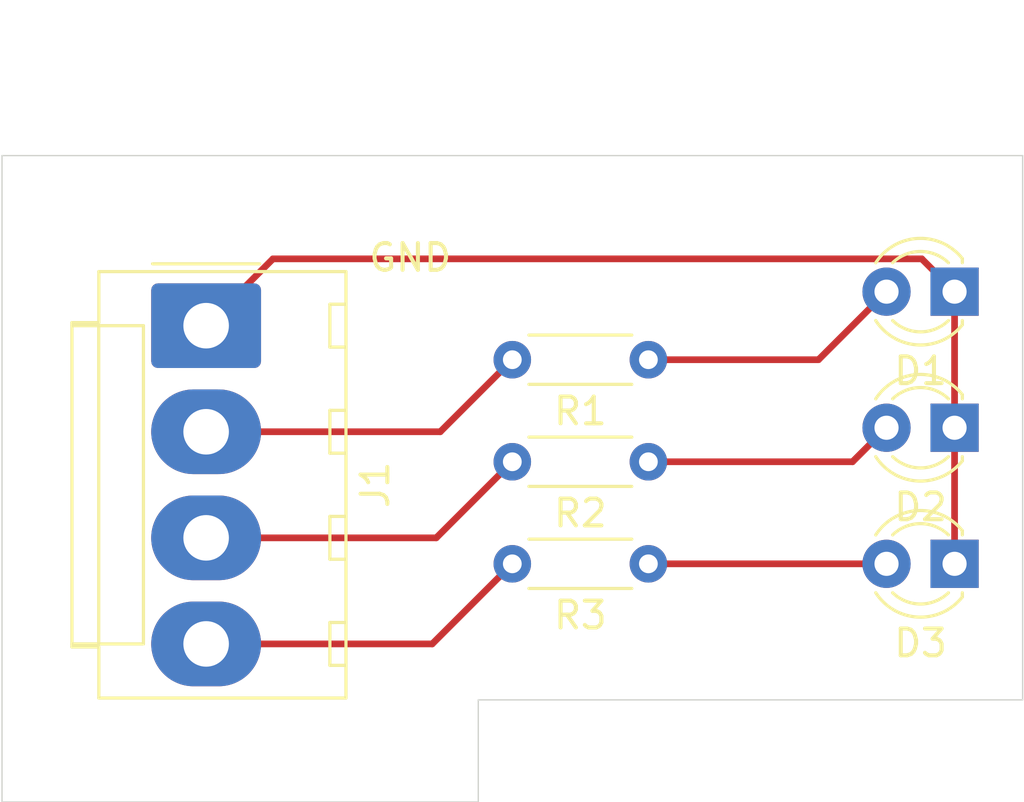
<source format=kicad_pcb>
(kicad_pcb (version 20171130) (host pcbnew "(5.1.9)-1")

  (general
    (thickness 1.6)
    (drawings 8)
    (tracks 16)
    (zones 0)
    (modules 7)
    (nets 8)
  )

  (page A4)
  (layers
    (0 F.Cu signal)
    (31 B.Cu signal)
    (32 B.Adhes user)
    (33 F.Adhes user)
    (34 B.Paste user)
    (35 F.Paste user)
    (36 B.SilkS user)
    (37 F.SilkS user)
    (38 B.Mask user)
    (39 F.Mask user)
    (40 Dwgs.User user)
    (41 Cmts.User user)
    (42 Eco1.User user)
    (43 Eco2.User user)
    (44 Edge.Cuts user)
    (45 Margin user)
    (46 B.CrtYd user)
    (47 F.CrtYd user)
    (48 B.Fab user)
    (49 F.Fab user)
  )

  (setup
    (last_trace_width 0.25)
    (trace_clearance 0.2)
    (zone_clearance 0.508)
    (zone_45_only no)
    (trace_min 0.2)
    (via_size 0.8)
    (via_drill 0.4)
    (via_min_size 0.4)
    (via_min_drill 0.3)
    (uvia_size 0.3)
    (uvia_drill 0.1)
    (uvias_allowed no)
    (uvia_min_size 0.2)
    (uvia_min_drill 0.1)
    (edge_width 0.05)
    (segment_width 0.2)
    (pcb_text_width 0.3)
    (pcb_text_size 1.5 1.5)
    (mod_edge_width 0.12)
    (mod_text_size 1 1)
    (mod_text_width 0.15)
    (pad_size 1.524 1.524)
    (pad_drill 0.762)
    (pad_to_mask_clearance 0)
    (aux_axis_origin 0 0)
    (visible_elements FFFFFF7F)
    (pcbplotparams
      (layerselection 0x010fc_ffffffff)
      (usegerberextensions false)
      (usegerberattributes true)
      (usegerberadvancedattributes true)
      (creategerberjobfile true)
      (excludeedgelayer true)
      (linewidth 0.100000)
      (plotframeref false)
      (viasonmask false)
      (mode 1)
      (useauxorigin false)
      (hpglpennumber 1)
      (hpglpenspeed 20)
      (hpglpendiameter 15.000000)
      (psnegative false)
      (psa4output false)
      (plotreference true)
      (plotvalue true)
      (plotinvisibletext false)
      (padsonsilk false)
      (subtractmaskfromsilk false)
      (outputformat 1)
      (mirror false)
      (drillshape 0)
      (scaleselection 1)
      (outputdirectory "gerber/"))
  )

  (net 0 "")
  (net 1 "Net-(D1-Pad2)")
  (net 2 "Net-(D1-Pad1)")
  (net 3 "Net-(D2-Pad2)")
  (net 4 "Net-(D3-Pad2)")
  (net 5 "Net-(J1-Pad4)")
  (net 6 "Net-(J1-Pad3)")
  (net 7 "Net-(J1-Pad2)")

  (net_class Default "This is the default net class."
    (clearance 0.2)
    (trace_width 0.25)
    (via_dia 0.8)
    (via_drill 0.4)
    (uvia_dia 0.3)
    (uvia_drill 0.1)
    (add_net "Net-(D1-Pad1)")
    (add_net "Net-(D1-Pad2)")
    (add_net "Net-(D2-Pad2)")
    (add_net "Net-(D3-Pad2)")
    (add_net "Net-(J1-Pad2)")
    (add_net "Net-(J1-Pad3)")
    (add_net "Net-(J1-Pad4)")
  )

  (module Resistor_THT:R_Axial_DIN0204_L3.6mm_D1.6mm_P5.08mm_Horizontal (layer F.Cu) (tedit 5AE5139B) (tstamp 60084BD1)
    (at 130.81 99.06 180)
    (descr "Resistor, Axial_DIN0204 series, Axial, Horizontal, pin pitch=5.08mm, 0.167W, length*diameter=3.6*1.6mm^2, http://cdn-reichelt.de/documents/datenblatt/B400/1_4W%23YAG.pdf")
    (tags "Resistor Axial_DIN0204 series Axial Horizontal pin pitch 5.08mm 0.167W length 3.6mm diameter 1.6mm")
    (path /6008F0D7)
    (fp_text reference R3 (at 2.54 -1.92) (layer F.SilkS)
      (effects (font (size 1 1) (thickness 0.15)))
    )
    (fp_text value R (at 2.54 1.92) (layer F.Fab)
      (effects (font (size 1 1) (thickness 0.15)))
    )
    (fp_text user %R (at 2.54 0) (layer F.Fab)
      (effects (font (size 0.72 0.72) (thickness 0.108)))
    )
    (fp_line (start 0.74 -0.8) (end 0.74 0.8) (layer F.Fab) (width 0.1))
    (fp_line (start 0.74 0.8) (end 4.34 0.8) (layer F.Fab) (width 0.1))
    (fp_line (start 4.34 0.8) (end 4.34 -0.8) (layer F.Fab) (width 0.1))
    (fp_line (start 4.34 -0.8) (end 0.74 -0.8) (layer F.Fab) (width 0.1))
    (fp_line (start 0 0) (end 0.74 0) (layer F.Fab) (width 0.1))
    (fp_line (start 5.08 0) (end 4.34 0) (layer F.Fab) (width 0.1))
    (fp_line (start 0.62 -0.92) (end 4.46 -0.92) (layer F.SilkS) (width 0.12))
    (fp_line (start 0.62 0.92) (end 4.46 0.92) (layer F.SilkS) (width 0.12))
    (fp_line (start -0.95 -1.05) (end -0.95 1.05) (layer F.CrtYd) (width 0.05))
    (fp_line (start -0.95 1.05) (end 6.03 1.05) (layer F.CrtYd) (width 0.05))
    (fp_line (start 6.03 1.05) (end 6.03 -1.05) (layer F.CrtYd) (width 0.05))
    (fp_line (start 6.03 -1.05) (end -0.95 -1.05) (layer F.CrtYd) (width 0.05))
    (pad 2 thru_hole oval (at 5.08 0 180) (size 1.4 1.4) (drill 0.7) (layers *.Cu *.Mask)
      (net 5 "Net-(J1-Pad4)"))
    (pad 1 thru_hole circle (at 0 0 180) (size 1.4 1.4) (drill 0.7) (layers *.Cu *.Mask)
      (net 4 "Net-(D3-Pad2)"))
    (model ${KISYS3DMOD}/Resistor_THT.3dshapes/R_Axial_DIN0204_L3.6mm_D1.6mm_P5.08mm_Horizontal.wrl
      (at (xyz 0 0 0))
      (scale (xyz 1 1 1))
      (rotate (xyz 0 0 0))
    )
  )

  (module Resistor_THT:R_Axial_DIN0204_L3.6mm_D1.6mm_P5.08mm_Horizontal (layer F.Cu) (tedit 5AE5139B) (tstamp 60084BBE)
    (at 130.81 95.25 180)
    (descr "Resistor, Axial_DIN0204 series, Axial, Horizontal, pin pitch=5.08mm, 0.167W, length*diameter=3.6*1.6mm^2, http://cdn-reichelt.de/documents/datenblatt/B400/1_4W%23YAG.pdf")
    (tags "Resistor Axial_DIN0204 series Axial Horizontal pin pitch 5.08mm 0.167W length 3.6mm diameter 1.6mm")
    (path /6008ED8C)
    (fp_text reference R2 (at 2.54 -1.92) (layer F.SilkS)
      (effects (font (size 1 1) (thickness 0.15)))
    )
    (fp_text value R (at 2.54 1.92) (layer F.Fab)
      (effects (font (size 1 1) (thickness 0.15)))
    )
    (fp_text user %R (at 2.54 0) (layer F.Fab)
      (effects (font (size 0.72 0.72) (thickness 0.108)))
    )
    (fp_line (start 0.74 -0.8) (end 0.74 0.8) (layer F.Fab) (width 0.1))
    (fp_line (start 0.74 0.8) (end 4.34 0.8) (layer F.Fab) (width 0.1))
    (fp_line (start 4.34 0.8) (end 4.34 -0.8) (layer F.Fab) (width 0.1))
    (fp_line (start 4.34 -0.8) (end 0.74 -0.8) (layer F.Fab) (width 0.1))
    (fp_line (start 0 0) (end 0.74 0) (layer F.Fab) (width 0.1))
    (fp_line (start 5.08 0) (end 4.34 0) (layer F.Fab) (width 0.1))
    (fp_line (start 0.62 -0.92) (end 4.46 -0.92) (layer F.SilkS) (width 0.12))
    (fp_line (start 0.62 0.92) (end 4.46 0.92) (layer F.SilkS) (width 0.12))
    (fp_line (start -0.95 -1.05) (end -0.95 1.05) (layer F.CrtYd) (width 0.05))
    (fp_line (start -0.95 1.05) (end 6.03 1.05) (layer F.CrtYd) (width 0.05))
    (fp_line (start 6.03 1.05) (end 6.03 -1.05) (layer F.CrtYd) (width 0.05))
    (fp_line (start 6.03 -1.05) (end -0.95 -1.05) (layer F.CrtYd) (width 0.05))
    (pad 2 thru_hole oval (at 5.08 0 180) (size 1.4 1.4) (drill 0.7) (layers *.Cu *.Mask)
      (net 6 "Net-(J1-Pad3)"))
    (pad 1 thru_hole circle (at 0 0 180) (size 1.4 1.4) (drill 0.7) (layers *.Cu *.Mask)
      (net 3 "Net-(D2-Pad2)"))
    (model ${KISYS3DMOD}/Resistor_THT.3dshapes/R_Axial_DIN0204_L3.6mm_D1.6mm_P5.08mm_Horizontal.wrl
      (at (xyz 0 0 0))
      (scale (xyz 1 1 1))
      (rotate (xyz 0 0 0))
    )
  )

  (module Resistor_THT:R_Axial_DIN0204_L3.6mm_D1.6mm_P5.08mm_Horizontal (layer F.Cu) (tedit 5AE5139B) (tstamp 60084BAB)
    (at 130.81 91.44 180)
    (descr "Resistor, Axial_DIN0204 series, Axial, Horizontal, pin pitch=5.08mm, 0.167W, length*diameter=3.6*1.6mm^2, http://cdn-reichelt.de/documents/datenblatt/B400/1_4W%23YAG.pdf")
    (tags "Resistor Axial_DIN0204 series Axial Horizontal pin pitch 5.08mm 0.167W length 3.6mm diameter 1.6mm")
    (path /6008DC84)
    (fp_text reference R1 (at 2.54 -1.92) (layer F.SilkS)
      (effects (font (size 1 1) (thickness 0.15)))
    )
    (fp_text value R (at 2.54 1.92) (layer F.Fab)
      (effects (font (size 1 1) (thickness 0.15)))
    )
    (fp_text user %R (at 2.54 0 180) (layer F.Fab)
      (effects (font (size 0.72 0.72) (thickness 0.108)))
    )
    (fp_line (start 0.74 -0.8) (end 0.74 0.8) (layer F.Fab) (width 0.1))
    (fp_line (start 0.74 0.8) (end 4.34 0.8) (layer F.Fab) (width 0.1))
    (fp_line (start 4.34 0.8) (end 4.34 -0.8) (layer F.Fab) (width 0.1))
    (fp_line (start 4.34 -0.8) (end 0.74 -0.8) (layer F.Fab) (width 0.1))
    (fp_line (start 0 0) (end 0.74 0) (layer F.Fab) (width 0.1))
    (fp_line (start 5.08 0) (end 4.34 0) (layer F.Fab) (width 0.1))
    (fp_line (start 0.62 -0.92) (end 4.46 -0.92) (layer F.SilkS) (width 0.12))
    (fp_line (start 0.62 0.92) (end 4.46 0.92) (layer F.SilkS) (width 0.12))
    (fp_line (start -0.95 -1.05) (end -0.95 1.05) (layer F.CrtYd) (width 0.05))
    (fp_line (start -0.95 1.05) (end 6.03 1.05) (layer F.CrtYd) (width 0.05))
    (fp_line (start 6.03 1.05) (end 6.03 -1.05) (layer F.CrtYd) (width 0.05))
    (fp_line (start 6.03 -1.05) (end -0.95 -1.05) (layer F.CrtYd) (width 0.05))
    (pad 2 thru_hole oval (at 5.08 0 180) (size 1.4 1.4) (drill 0.7) (layers *.Cu *.Mask)
      (net 7 "Net-(J1-Pad2)"))
    (pad 1 thru_hole circle (at 0 0 180) (size 1.4 1.4) (drill 0.7) (layers *.Cu *.Mask)
      (net 1 "Net-(D1-Pad2)"))
    (model ${KISYS3DMOD}/Resistor_THT.3dshapes/R_Axial_DIN0204_L3.6mm_D1.6mm_P5.08mm_Horizontal.wrl
      (at (xyz 0 0 0))
      (scale (xyz 1 1 1))
      (rotate (xyz 0 0 0))
    )
  )

  (module Connector_Molex:Molex_KK-396_A-41791-0004_1x04_P3.96mm_Vertical (layer F.Cu) (tedit 5DC431B4) (tstamp 60084B98)
    (at 114.3 90.17 270)
    (descr "Molex KK 396 Interconnect System, old/engineering part number: A-41791-0004 example for new part number: 26-60-4040, 4 Pins (https://www.molex.com/pdm_docs/sd/026604020_sd.pdf), generated with kicad-footprint-generator")
    (tags "connector Molex KK-396 vertical")
    (path /6008BD3B)
    (fp_text reference J1 (at 5.94 -6.31 90) (layer F.SilkS)
      (effects (font (size 1 1) (thickness 0.15)))
    )
    (fp_text value Conn_01x04_Male (at 5.94 6.1 90) (layer F.Fab)
      (effects (font (size 1 1) (thickness 0.15)))
    )
    (fp_text user %R (at 5.94 -4.41 90) (layer F.Fab)
      (effects (font (size 1 1) (thickness 0.15)))
    )
    (fp_line (start -1.91 -5.11) (end 13.79 -5.11) (layer F.Fab) (width 0.1))
    (fp_line (start 13.79 -5.11) (end 13.79 3.895) (layer F.Fab) (width 0.1))
    (fp_line (start 13.79 3.895) (end 11.885 3.895) (layer F.Fab) (width 0.1))
    (fp_line (start 11.885 3.895) (end 11.885 4.9) (layer F.Fab) (width 0.1))
    (fp_line (start 11.885 4.9) (end -0.005 4.9) (layer F.Fab) (width 0.1))
    (fp_line (start -0.005 4.9) (end -0.005 3.895) (layer F.Fab) (width 0.1))
    (fp_line (start -0.005 3.895) (end -1.91 3.895) (layer F.Fab) (width 0.1))
    (fp_line (start -1.91 3.895) (end -1.91 -5.11) (layer F.Fab) (width 0.1))
    (fp_line (start -2.02 -5.22) (end 13.9 -5.22) (layer F.SilkS) (width 0.12))
    (fp_line (start 13.9 -5.22) (end 13.9 4.005) (layer F.SilkS) (width 0.12))
    (fp_line (start 13.9 4.005) (end 11.995 4.005) (layer F.SilkS) (width 0.12))
    (fp_line (start 11.995 4.005) (end 11.995 5.01) (layer F.SilkS) (width 0.12))
    (fp_line (start 11.995 5.01) (end -0.115 5.01) (layer F.SilkS) (width 0.12))
    (fp_line (start -0.115 5.01) (end -0.115 4.005) (layer F.SilkS) (width 0.12))
    (fp_line (start -0.115 4.005) (end -2.02 4.005) (layer F.SilkS) (width 0.12))
    (fp_line (start -2.02 4.005) (end -2.02 -5.22) (layer F.SilkS) (width 0.12))
    (fp_line (start -2.31 -2) (end -2.31 2) (layer F.SilkS) (width 0.12))
    (fp_line (start -1.91 -0.5) (end -1.202893 0) (layer F.Fab) (width 0.1))
    (fp_line (start -1.202893 0) (end -1.91 0.5) (layer F.Fab) (width 0.1))
    (fp_line (start 0 5.01) (end 0 4.01) (layer F.SilkS) (width 0.12))
    (fp_line (start 0 4.01) (end 11.88 4.01) (layer F.SilkS) (width 0.12))
    (fp_line (start 11.88 4.01) (end 11.88 5.01) (layer F.SilkS) (width 0.12))
    (fp_line (start 0 4.01) (end 0 2.34) (layer F.SilkS) (width 0.12))
    (fp_line (start 0 2.34) (end 11.88 2.34) (layer F.SilkS) (width 0.12))
    (fp_line (start 11.88 2.34) (end 11.88 4.01) (layer F.SilkS) (width 0.12))
    (fp_line (start -0.8 -5.22) (end -0.8 -4.62) (layer F.SilkS) (width 0.12))
    (fp_line (start -0.8 -4.62) (end 0.8 -4.62) (layer F.SilkS) (width 0.12))
    (fp_line (start 0.8 -4.62) (end 0.8 -5.22) (layer F.SilkS) (width 0.12))
    (fp_line (start 3.16 -5.22) (end 3.16 -4.62) (layer F.SilkS) (width 0.12))
    (fp_line (start 3.16 -4.62) (end 4.76 -4.62) (layer F.SilkS) (width 0.12))
    (fp_line (start 4.76 -4.62) (end 4.76 -5.22) (layer F.SilkS) (width 0.12))
    (fp_line (start 7.12 -5.22) (end 7.12 -4.62) (layer F.SilkS) (width 0.12))
    (fp_line (start 7.12 -4.62) (end 8.72 -4.62) (layer F.SilkS) (width 0.12))
    (fp_line (start 8.72 -4.62) (end 8.72 -5.22) (layer F.SilkS) (width 0.12))
    (fp_line (start 11.08 -5.22) (end 11.08 -4.62) (layer F.SilkS) (width 0.12))
    (fp_line (start 11.08 -4.62) (end 12.68 -4.62) (layer F.SilkS) (width 0.12))
    (fp_line (start 12.68 -4.62) (end 12.68 -5.22) (layer F.SilkS) (width 0.12))
    (fp_line (start -2.41 -5.61) (end -2.41 5.4) (layer F.CrtYd) (width 0.05))
    (fp_line (start -2.41 5.4) (end 14.29 5.4) (layer F.CrtYd) (width 0.05))
    (fp_line (start 14.29 5.4) (end 14.29 -5.61) (layer F.CrtYd) (width 0.05))
    (fp_line (start 14.29 -5.61) (end -2.41 -5.61) (layer F.CrtYd) (width 0.05))
    (pad 4 thru_hole oval (at 11.88 0 270) (size 3.16 4.1) (drill 1.7) (layers *.Cu *.Mask)
      (net 5 "Net-(J1-Pad4)"))
    (pad 3 thru_hole oval (at 7.92 0 270) (size 3.16 4.1) (drill 1.7) (layers *.Cu *.Mask)
      (net 6 "Net-(J1-Pad3)"))
    (pad 2 thru_hole oval (at 3.96 0 270) (size 3.16 4.1) (drill 1.7) (layers *.Cu *.Mask)
      (net 7 "Net-(J1-Pad2)"))
    (pad 1 thru_hole roundrect (at 0 0 270) (size 3.16 4.1) (drill 1.7) (layers *.Cu *.Mask) (roundrect_rratio 0.07911392405063292)
      (net 2 "Net-(D1-Pad1)"))
    (model ${KISYS3DMOD}/Connector_Molex.3dshapes/Molex_KK-396_A-41791-0004_1x04_P3.96mm_Vertical.wrl
      (at (xyz 0 0 0))
      (scale (xyz 1 1 1))
      (rotate (xyz 0 0 0))
    )
  )

  (module LED_THT:LED_D3.0mm (layer F.Cu) (tedit 587A3A7B) (tstamp 60084B66)
    (at 142.24 99.06 180)
    (descr "LED, diameter 3.0mm, 2 pins")
    (tags "LED diameter 3.0mm 2 pins")
    (path /6008B456)
    (fp_text reference D3 (at 1.27 -2.96) (layer F.SilkS)
      (effects (font (size 1 1) (thickness 0.15)))
    )
    (fp_text value LED (at 1.27 2.96) (layer F.Fab)
      (effects (font (size 1 1) (thickness 0.15)))
    )
    (fp_arc (start 1.27 0) (end 0.229039 1.08) (angle -87.9) (layer F.SilkS) (width 0.12))
    (fp_arc (start 1.27 0) (end 0.229039 -1.08) (angle 87.9) (layer F.SilkS) (width 0.12))
    (fp_arc (start 1.27 0) (end -0.29 1.235516) (angle -108.8) (layer F.SilkS) (width 0.12))
    (fp_arc (start 1.27 0) (end -0.29 -1.235516) (angle 108.8) (layer F.SilkS) (width 0.12))
    (fp_arc (start 1.27 0) (end -0.23 -1.16619) (angle 284.3) (layer F.Fab) (width 0.1))
    (fp_circle (center 1.27 0) (end 2.77 0) (layer F.Fab) (width 0.1))
    (fp_line (start -0.23 -1.16619) (end -0.23 1.16619) (layer F.Fab) (width 0.1))
    (fp_line (start -0.29 -1.236) (end -0.29 -1.08) (layer F.SilkS) (width 0.12))
    (fp_line (start -0.29 1.08) (end -0.29 1.236) (layer F.SilkS) (width 0.12))
    (fp_line (start -1.15 -2.25) (end -1.15 2.25) (layer F.CrtYd) (width 0.05))
    (fp_line (start -1.15 2.25) (end 3.7 2.25) (layer F.CrtYd) (width 0.05))
    (fp_line (start 3.7 2.25) (end 3.7 -2.25) (layer F.CrtYd) (width 0.05))
    (fp_line (start 3.7 -2.25) (end -1.15 -2.25) (layer F.CrtYd) (width 0.05))
    (pad 2 thru_hole circle (at 2.54 0 180) (size 1.8 1.8) (drill 0.9) (layers *.Cu *.Mask)
      (net 4 "Net-(D3-Pad2)"))
    (pad 1 thru_hole rect (at 0 0 180) (size 1.8 1.8) (drill 0.9) (layers *.Cu *.Mask)
      (net 2 "Net-(D1-Pad1)"))
    (model ${KISYS3DMOD}/LED_THT.3dshapes/LED_D3.0mm.wrl
      (at (xyz 0 0 0))
      (scale (xyz 1 1 1))
      (rotate (xyz 0 0 0))
    )
  )

  (module LED_THT:LED_D3.0mm (layer F.Cu) (tedit 587A3A7B) (tstamp 60084B53)
    (at 142.24 93.98 180)
    (descr "LED, diameter 3.0mm, 2 pins")
    (tags "LED diameter 3.0mm 2 pins")
    (path /6008B1DE)
    (fp_text reference D2 (at 1.27 -2.96) (layer F.SilkS)
      (effects (font (size 1 1) (thickness 0.15)))
    )
    (fp_text value LED (at 1.27 2.96) (layer F.Fab)
      (effects (font (size 1 1) (thickness 0.15)))
    )
    (fp_arc (start 1.27 0) (end 0.229039 1.08) (angle -87.9) (layer F.SilkS) (width 0.12))
    (fp_arc (start 1.27 0) (end 0.229039 -1.08) (angle 87.9) (layer F.SilkS) (width 0.12))
    (fp_arc (start 1.27 0) (end -0.29 1.235516) (angle -108.8) (layer F.SilkS) (width 0.12))
    (fp_arc (start 1.27 0) (end -0.29 -1.235516) (angle 108.8) (layer F.SilkS) (width 0.12))
    (fp_arc (start 1.27 0) (end -0.23 -1.16619) (angle 284.3) (layer F.Fab) (width 0.1))
    (fp_circle (center 1.27 0) (end 2.77 0) (layer F.Fab) (width 0.1))
    (fp_line (start -0.23 -1.16619) (end -0.23 1.16619) (layer F.Fab) (width 0.1))
    (fp_line (start -0.29 -1.236) (end -0.29 -1.08) (layer F.SilkS) (width 0.12))
    (fp_line (start -0.29 1.08) (end -0.29 1.236) (layer F.SilkS) (width 0.12))
    (fp_line (start -1.15 -2.25) (end -1.15 2.25) (layer F.CrtYd) (width 0.05))
    (fp_line (start -1.15 2.25) (end 3.7 2.25) (layer F.CrtYd) (width 0.05))
    (fp_line (start 3.7 2.25) (end 3.7 -2.25) (layer F.CrtYd) (width 0.05))
    (fp_line (start 3.7 -2.25) (end -1.15 -2.25) (layer F.CrtYd) (width 0.05))
    (pad 2 thru_hole circle (at 2.54 0 180) (size 1.8 1.8) (drill 0.9) (layers *.Cu *.Mask)
      (net 3 "Net-(D2-Pad2)"))
    (pad 1 thru_hole rect (at 0 0 180) (size 1.8 1.8) (drill 0.9) (layers *.Cu *.Mask)
      (net 2 "Net-(D1-Pad1)"))
    (model ${KISYS3DMOD}/LED_THT.3dshapes/LED_D3.0mm.wrl
      (at (xyz 0 0 0))
      (scale (xyz 1 1 1))
      (rotate (xyz 0 0 0))
    )
  )

  (module LED_THT:LED_D3.0mm (layer F.Cu) (tedit 587A3A7B) (tstamp 60084B40)
    (at 142.24 88.9 180)
    (descr "LED, diameter 3.0mm, 2 pins")
    (tags "LED diameter 3.0mm 2 pins")
    (path /60089B90)
    (fp_text reference D1 (at 1.27 -2.96) (layer F.SilkS)
      (effects (font (size 1 1) (thickness 0.15)))
    )
    (fp_text value LED (at 1.27 2.96) (layer F.Fab)
      (effects (font (size 1 1) (thickness 0.15)))
    )
    (fp_arc (start 1.27 0) (end 0.229039 1.08) (angle -87.9) (layer F.SilkS) (width 0.12))
    (fp_arc (start 1.27 0) (end 0.229039 -1.08) (angle 87.9) (layer F.SilkS) (width 0.12))
    (fp_arc (start 1.27 0) (end -0.29 1.235516) (angle -108.8) (layer F.SilkS) (width 0.12))
    (fp_arc (start 1.27 0) (end -0.29 -1.235516) (angle 108.8) (layer F.SilkS) (width 0.12))
    (fp_arc (start 1.27 0) (end -0.23 -1.16619) (angle 284.3) (layer F.Fab) (width 0.1))
    (fp_circle (center 1.27 0) (end 2.77 0) (layer F.Fab) (width 0.1))
    (fp_line (start -0.23 -1.16619) (end -0.23 1.16619) (layer F.Fab) (width 0.1))
    (fp_line (start -0.29 -1.236) (end -0.29 -1.08) (layer F.SilkS) (width 0.12))
    (fp_line (start -0.29 1.08) (end -0.29 1.236) (layer F.SilkS) (width 0.12))
    (fp_line (start -1.15 -2.25) (end -1.15 2.25) (layer F.CrtYd) (width 0.05))
    (fp_line (start -1.15 2.25) (end 3.7 2.25) (layer F.CrtYd) (width 0.05))
    (fp_line (start 3.7 2.25) (end 3.7 -2.25) (layer F.CrtYd) (width 0.05))
    (fp_line (start 3.7 -2.25) (end -1.15 -2.25) (layer F.CrtYd) (width 0.05))
    (pad 2 thru_hole circle (at 2.54 0 180) (size 1.8 1.8) (drill 0.9) (layers *.Cu *.Mask)
      (net 1 "Net-(D1-Pad2)"))
    (pad 1 thru_hole rect (at 0 0 180) (size 1.8 1.8) (drill 0.9) (layers *.Cu *.Mask)
      (net 2 "Net-(D1-Pad1)"))
    (model ${KISYS3DMOD}/LED_THT.3dshapes/LED_D3.0mm.wrl
      (at (xyz 0 0 0))
      (scale (xyz 1 1 1))
      (rotate (xyz 0 0 0))
    )
  )

  (gr_line (start 124.46 107.95) (end 124.46 104.14) (layer Edge.Cuts) (width 0.05))
  (gr_line (start 124.46 104.14) (end 144.78 104.14) (layer Edge.Cuts) (width 0.05))
  (gr_line (start 144.78 104.14) (end 144.78 83.82) (layer Edge.Cuts) (width 0.05))
  (dimension 38.1 (width 0.15) (layer Dwgs.User)
    (gr_text "38.100 mm" (at 125.73 78.71) (layer Dwgs.User)
      (effects (font (size 1 1) (thickness 0.15)))
    )
    (feature1 (pts (xy 144.78 85.09) (xy 144.78 79.423579)))
    (feature2 (pts (xy 106.68 85.09) (xy 106.68 79.423579)))
    (crossbar (pts (xy 106.68 80.01) (xy 144.78 80.01)))
    (arrow1a (pts (xy 144.78 80.01) (xy 143.653496 80.596421)))
    (arrow1b (pts (xy 144.78 80.01) (xy 143.653496 79.423579)))
    (arrow2a (pts (xy 106.68 80.01) (xy 107.806504 80.596421)))
    (arrow2b (pts (xy 106.68 80.01) (xy 107.806504 79.423579)))
  )
  (gr_line (start 106.68 83.82) (end 144.78 83.82) (layer Edge.Cuts) (width 0.05) (tstamp 600853AA))
  (gr_line (start 106.68 83.82) (end 106.68 107.95) (layer Edge.Cuts) (width 0.05))
  (gr_line (start 106.68 107.95) (end 124.46 107.95) (layer Edge.Cuts) (width 0.05))
  (gr_text "GND\n" (at 121.92 87.63) (layer F.SilkS)
    (effects (font (size 1 1) (thickness 0.15)))
  )

  (segment (start 137.16 91.44) (end 139.7 88.9) (width 0.25) (layer F.Cu) (net 1))
  (segment (start 130.81 91.44) (end 137.16 91.44) (width 0.25) (layer F.Cu) (net 1))
  (segment (start 141.014999 87.674999) (end 142.24 88.9) (width 0.25) (layer F.Cu) (net 2))
  (segment (start 116.795001 87.674999) (end 141.014999 87.674999) (width 0.25) (layer F.Cu) (net 2))
  (segment (start 114.3 90.17) (end 116.795001 87.674999) (width 0.25) (layer F.Cu) (net 2))
  (segment (start 142.24 88.9) (end 142.24 93.98) (width 0.25) (layer F.Cu) (net 2))
  (segment (start 142.24 93.98) (end 142.24 99.06) (width 0.25) (layer F.Cu) (net 2))
  (segment (start 138.43 95.25) (end 139.7 93.98) (width 0.25) (layer F.Cu) (net 3))
  (segment (start 130.81 95.25) (end 138.43 95.25) (width 0.25) (layer F.Cu) (net 3))
  (segment (start 130.81 99.06) (end 139.7 99.06) (width 0.25) (layer F.Cu) (net 4))
  (segment (start 122.74 102.05) (end 125.73 99.06) (width 0.25) (layer F.Cu) (net 5))
  (segment (start 114.3 102.05) (end 122.74 102.05) (width 0.25) (layer F.Cu) (net 5))
  (segment (start 122.89 98.09) (end 125.73 95.25) (width 0.25) (layer F.Cu) (net 6))
  (segment (start 114.3 98.09) (end 122.89 98.09) (width 0.25) (layer F.Cu) (net 6))
  (segment (start 123.04 94.13) (end 125.73 91.44) (width 0.25) (layer F.Cu) (net 7))
  (segment (start 114.3 94.13) (end 123.04 94.13) (width 0.25) (layer F.Cu) (net 7))

)

</source>
